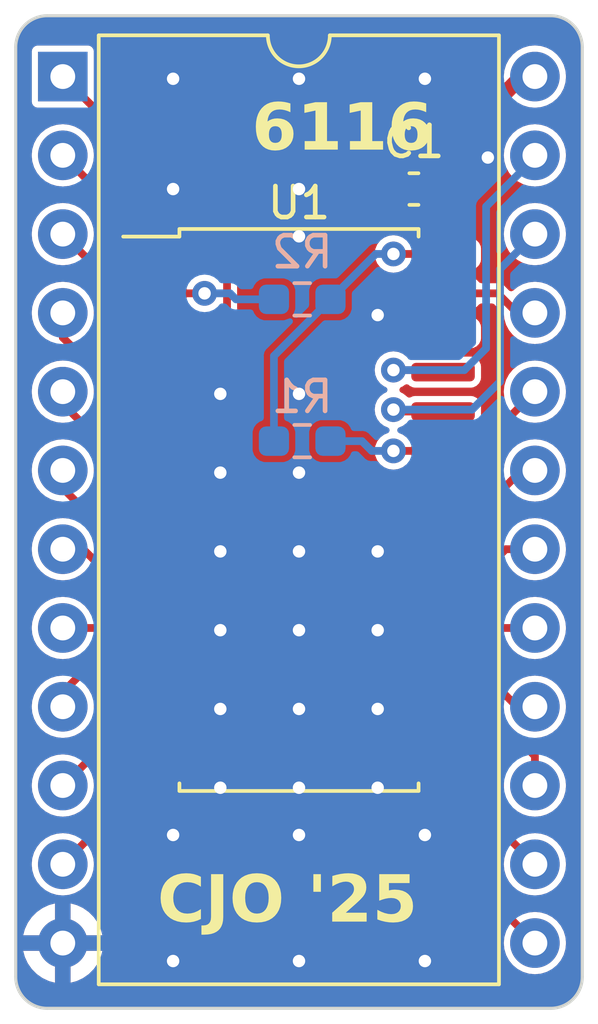
<source format=kicad_pcb>
(kicad_pcb (version 20221018) (generator pcbnew)
  (layers (0 "F.Cu" signal) (31 "B.Cu" signal) (34 "B.Paste" user) (35 "F.Paste" user) (36 "B.SilkS" user "B.Silkscreen") (37 "F.SilkS" user "F.Silkscreen") (38 "B.Mask" user) (39 "F.Mask" user) (44 "Edge.Cuts" user))
  (net 0 "")
  (net 1 "VCC")
  (net 2 "GND")
  (net 3 "A_{7}")
  (net 4 "A_{6}")
  (net 5 "A_{5}")
  (net 6 "A_{4}")
  (net 7 "A_{3}")
  (net 8 "A_{2}")
  (net 9 "A_{1}")
  (net 10 "A_{0}")
  (net 11 "I{slash}O_{0}")
  (net 12 "I{slash}O_{1}")
  (net 13 "I{slash}O_{2}")
  (net 14 "I{slash}O_{3}")
  (net 15 "I{slash}O_{4}")
  (net 16 "I{slash}O_{5}")
  (net 17 "I{slash}O_{6}")
  (net 18 "I{slash}O_{7}")
  (net 19 "~{CS}")
  (net 20 "A_{10}")
  (net 21 "~{OE}")
  (net 22 "~{WE}")
  (net 23 "A_{9}")
  (net 24 "A_{8}")
  (net 25 "Net-(U1-A11)")
  (net 26 "Net-(U1-A12)")
  (footprint "Package_SO:SOIC-28W_7.5x17.9mm_P1.27mm" (layer "F.Cu") (at 147.828 78.42)
    (fp_text reference "U1" (at 0 -9.9) (layer "F.SilkS"))
    (fp_text value "FM16W08-SG")
    (fp_line (start -3.86 -9.06) (end -3.86 -8.815) (stroke (width 0.12)) (layer "F.SilkS"))
    (fp_line (start -3.86 -8.815) (end -5.675 -8.815) (stroke (width 0.12)) (layer "F.SilkS"))
    (fp_line (start -3.86 9.06) (end -3.86 8.815) (stroke (width 0.12)) (layer "F.SilkS"))
    (fp_line (start 0 -9.06) (end -3.86 -9.06) (stroke (width 0.12)) (layer "F.SilkS"))
    (fp_line (start 0 -9.06) (end 3.86 -9.06) (stroke (width 0.12)) (layer "F.SilkS"))
    (fp_line (start 0 9.06) (end -3.86 9.06) (stroke (width 0.12)) (layer "F.SilkS"))
    (fp_line (start 0 9.06) (end 3.86 9.06) (stroke (width 0.12)) (layer "F.SilkS"))
    (fp_line (start 3.86 -9.06) (end 3.86 -8.815) (stroke (width 0.12)) (layer "F.SilkS"))
    (fp_line (start 3.86 9.06) (end 3.86 8.815) (stroke (width 0.12)) (layer "F.SilkS"))
    (pad "1" smd roundrect (at -4.65 -8.255) (size 2.05 0.6) (layers "F.Cu" "F.Paste" "F.Mask"))
    (pad "2" smd roundrect (at -4.65 -6.985) (size 2.05 0.6) (layers "F.Cu" "F.Paste" "F.Mask") (net 26 "Net-(U1-A12)"))
    (pad "3" smd roundrect (at -4.65 -5.715) (size 2.05 0.6) (layers "F.Cu" "F.Paste" "F.Mask") (net 3 "A_{7}"))
    (pad "4" smd roundrect (at -4.65 -4.445) (size 2.05 0.6) (layers "F.Cu" "F.Paste" "F.Mask") (net 4 "A_{6}"))
    (pad "5" smd roundrect (at -4.65 -3.175) (size 2.05 0.6) (layers "F.Cu" "F.Paste" "F.Mask") (net 5 "A_{5}"))
    (pad "6" smd roundrect (at -4.65 -1.905) (size 2.05 0.6) (layers "F.Cu" "F.Paste" "F.Mask") (net 6 "A_{4}"))
    (pad "7" smd roundrect (at -4.65 -0.635) (size 2.05 0.6) (layers "F.Cu" "F.Paste" "F.Mask") (net 7 "A_{3}"))
    (pad "8" smd roundrect (at -4.65 0.635) (size 2.05 0.6) (layers "F.Cu" "F.Paste" "F.Mask") (net 8 "A_{2}"))
    (pad "9" smd roundrect (at -4.65 1.905) (size 2.05 0.6) (layers "F.Cu" "F.Paste" "F.Mask") (net 9 "A_{1}"))
    (pad "10" smd roundrect (at -4.65 3.175) (size 2.05 0.6) (layers "F.Cu" "F.Paste" "F.Mask") (net 10 "A_{0}"))
    (pad "11" smd roundrect (at -4.65 4.445) (size 2.05 0.6) (layers "F.Cu" "F.Paste" "F.Mask") (net 11 "I{slash}O_{0}"))
    (pad "12" smd roundrect (at -4.65 5.715) (size 2.05 0.6) (layers "F.Cu" "F.Paste" "F.Mask") (net 12 "I{slash}O_{1}"))
    (pad "13" smd roundrect (at -4.65 6.985) (size 2.05 0.6) (layers "F.Cu" "F.Paste" "F.Mask") (net 13 "I{slash}O_{2}"))
    (pad "14" smd roundrect (at -4.65 8.255) (size 2.05 0.6) (layers "F.Cu" "F.Paste" "F.Mask") (net 2 "GND"))
    (pad "15" smd roundrect (at 4.65 8.255) (size 2.05 0.6) (layers "F.Cu" "F.Paste" "F.Mask") (net 14 "I{slash}O_{3}"))
    (pad "16" smd roundrect (at 4.65 6.985) (size 2.05 0.6) (layers "F.Cu" "F.Paste" "F.Mask") (net 15 "I{slash}O_{4}"))
    (pad "17" smd roundrect (at 4.65 5.715) (size 2.05 0.6) (layers "F.Cu" "F.Paste" "F.Mask") (net 16 "I{slash}O_{5}"))
    (pad "18" smd roundrect (at 4.65 4.445) (size 2.05 0.6) (layers "F.Cu" "F.Paste" "F.Mask") (net 17 "I{slash}O_{6}"))
    (pad "19" smd roundrect (at 4.65 3.175) (size 2.05 0.6) (layers "F.Cu" "F.Paste" "F.Mask") (net 18 "I{slash}O_{7}"))
    (pad "20" smd roundrect (at 4.65 1.905) (size 2.05 0.6) (layers "F.Cu" "F.Paste" "F.Mask") (net 19 "~{CS}"))
    (pad "21" smd roundrect (at 4.65 0.635) (size 2.05 0.6) (layers "F.Cu" "F.Paste" "F.Mask") (net 20 "A_{10}"))
    (pad "22" smd roundrect (at 4.65 -0.635) (size 2.05 0.6) (layers "F.Cu" "F.Paste" "F.Mask") (net 21 "~{OE}"))
    (pad "23" smd roundrect (at 4.65 -1.905) (size 2.05 0.6) (layers "F.Cu" "F.Paste" "F.Mask") (net 25 "Net-(U1-A11)"))
    (pad "24" smd roundrect (at 4.65 -3.175) (size 2.05 0.6) (layers "F.Cu" "F.Paste" "F.Mask") (net 23 "A_{9}"))
    (pad "25" smd roundrect (at 4.65 -4.445) (size 2.05 0.6) (layers "F.Cu" "F.Paste" "F.Mask") (net 24 "A_{8}"))
    (pad "26" smd roundrect (at 4.65 -5.715) (size 2.05 0.6) (layers "F.Cu" "F.Paste" "F.Mask"))
    (pad "27" smd roundrect (at 4.65 -6.985) (size 2.05 0.6) (layers "F.Cu" "F.Paste" "F.Mask") (net 22 "~{WE}"))
    (pad "28" smd roundrect (at 4.65 -8.255) (size 2.05 0.6) (layers "F.Cu" "F.Paste" "F.Mask") (net 1 "VCC"))
  )
  (footprint "Capacitor_SMD:C_0603_1608Metric_Pad1.08x0.95mm_HandSolder" (layer "F.Cu") (at 151.5375 68.072 180)
    (fp_text reference "C1" (at 0 1.524) (layer "F.SilkS"))
    (fp_text value "10µ")
    (fp_line (start -0.146267 -0.51) (end 0.146267 -0.51) (stroke (width 0.12)) (layer "F.SilkS"))
    (fp_line (start -0.146267 0.51) (end 0.146267 0.51) (stroke (width 0.12)) (layer "F.SilkS"))
    (pad "1" smd roundrect (at -0.8625 0 180) (size 1.075 0.95) (layers "F.Cu" "F.Paste" "F.Mask") (net 1 "VCC"))
    (pad "2" smd roundrect (at 0.8625 0 180) (size 1.075 0.95) (layers "F.Cu" "F.Paste" "F.Mask") (net 2 "GND"))
  )
  (footprint "Package_DIP:DIP-24_W15.24mm" (layer "F.Cu") (at 140.203 64.445)
    (fp_text reference "J1" hide)
    (fp_text value "Conn_02x12_Counter_Clockwise" hide)
    (fp_line (start 1.16 -1.33) (end 1.16 29.27) (stroke (width 0.12)) (layer "F.SilkS"))
    (fp_line (start 1.16 29.27) (end 14.08 29.27) (stroke (width 0.12)) (layer "F.SilkS"))
    (fp_line (start 6.62 -1.33) (end 1.16 -1.33) (stroke (width 0.12)) (layer "F.SilkS"))
    (fp_line (start 14.08 -1.33) (end 8.62 -1.33) (stroke (width 0.12)) (layer "F.SilkS"))
    (fp_line (start 14.08 29.27) (end 14.08 -1.33) (stroke (width 0.12)) (layer "F.SilkS"))
    (fp_arc (start 8.62 -1.33) (mid 7.62 -0.33) (end 6.62 -1.33) (stroke (width 0.12)) (layer "F.SilkS"))
    (pad "1" thru_hole rect (at 0 0) (size 1.6 1.6) (drill 0.8) (layers "*.Cu" "*.Mask") (net 3 "A_{7}"))
    (pad "2" thru_hole oval (at 0 2.54) (size 1.6 1.6) (drill 0.8) (layers "*.Cu" "*.Mask") (net 4 "A_{6}"))
    (pad "3" thru_hole oval (at 0 5.08) (size 1.6 1.6) (drill 0.8) (layers "*.Cu" "*.Mask") (net 5 "A_{5}"))
    (pad "4" thru_hole oval (at 0 7.62) (size 1.6 1.6) (drill 0.8) (layers "*.Cu" "*.Mask") (net 6 "A_{4}"))
    (pad "5" thru_hole oval (at 0 10.16) (size 1.6 1.6) (drill 0.8) (layers "*.Cu" "*.Mask") (net 7 "A_{3}"))
    (pad "6" thru_hole oval (at 0 12.7) (size 1.6 1.6) (drill 0.8) (layers "*.Cu" "*.Mask") (net 8 "A_{2}"))
    (pad "7" thru_hole oval (at 0 15.24) (size 1.6 1.6) (drill 0.8) (layers "*.Cu" "*.Mask") (net 9 "A_{1}"))
    (pad "8" thru_hole oval (at 0 17.78) (size 1.6 1.6) (drill 0.8) (layers "*.Cu" "*.Mask") (net 10 "A_{0}"))
    (pad "9" thru_hole oval (at 0 20.32) (size 1.6 1.6) (drill 0.8) (layers "*.Cu" "*.Mask") (net 11 "I{slash}O_{0}"))
    (pad "10" thru_hole oval (at 0 22.86) (size 1.6 1.6) (drill 0.8) (layers "*.Cu" "*.Mask") (net 12 "I{slash}O_{1}"))
    (pad "11" thru_hole oval (at 0 25.4) (size 1.6 1.6) (drill 0.8) (layers "*.Cu" "*.Mask") (net 13 "I{slash}O_{2}"))
    (pad "12" thru_hole oval (at 0 27.94) (size 1.6 1.6) (drill 0.8) (layers "*.Cu" "*.Mask") (net 2 "GND"))
    (pad "13" thru_hole oval (at 15.24 27.94) (size 1.6 1.6) (drill 0.8) (layers "*.Cu" "*.Mask") (net 14 "I{slash}O_{3}"))
    (pad "14" thru_hole oval (at 15.24 25.4) (size 1.6 1.6) (drill 0.8) (layers "*.Cu" "*.Mask") (net 15 "I{slash}O_{4}"))
    (pad "15" thru_hole oval (at 15.24 22.86) (size 1.6 1.6) (drill 0.8) (layers "*.Cu" "*.Mask") (net 16 "I{slash}O_{5}"))
    (pad "16" thru_hole oval (at 15.24 20.32) (size 1.6 1.6) (drill 0.8) (layers "*.Cu" "*.Mask") (net 17 "I{slash}O_{6}"))
    (pad "17" thru_hole oval (at 15.24 17.78) (size 1.6 1.6) (drill 0.8) (layers "*.Cu" "*.Mask") (net 18 "I{slash}O_{7}"))
    (pad "18" thru_hole oval (at 15.24 15.24) (size 1.6 1.6) (drill 0.8) (layers "*.Cu" "*.Mask") (net 19 "~{CS}"))
    (pad "19" thru_hole oval (at 15.24 12.7) (size 1.6 1.6) (drill 0.8) (layers "*.Cu" "*.Mask") (net 20 "A_{10}"))
    (pad "20" thru_hole oval (at 15.24 10.16) (size 1.6 1.6) (drill 0.8) (layers "*.Cu" "*.Mask") (net 21 "~{OE}"))
    (pad "21" thru_hole oval (at 15.24 7.62) (size 1.6 1.6) (drill 0.8) (layers "*.Cu" "*.Mask") (net 22 "~{WE}"))
    (pad "22" thru_hole oval (at 15.24 5.08) (size 1.6 1.6) (drill 0.8) (layers "*.Cu" "*.Mask") (net 23 "A_{9}"))
    (pad "23" thru_hole oval (at 15.24 2.54) (size 1.6 1.6) (drill 0.8) (layers "*.Cu" "*.Mask") (net 24 "A_{8}"))
    (pad "24" thru_hole oval (at 15.24 0) (size 1.6 1.6) (drill 0.8) (layers "*.Cu" "*.Mask") (net 1 "VCC"))
  )
  (footprint "Resistor_SMD:R_0603_1608Metric_Pad0.98x0.95mm_HandSolder" (layer "B.Cu") (at 147.9315 71.628)
    (fp_text reference "R2" (at 0 -1.524) (layer "B.SilkS") (effects (justify mirror)))
    (fp_text value "10k")
    (fp_line (start -0.254724 -0.5225) (end 0.254724 -0.5225) (stroke (width 0.12)) (layer "B.SilkS"))
    (fp_line (start -0.254724 0.5225) (end 0.254724 0.5225) (stroke (width 0.12)) (layer "B.SilkS"))
    (pad "1" smd roundrect (at -0.9125 0) (size 0.975 0.95) (layers "B.Cu" "B.Paste" "B.Mask") (net 26 "Net-(U1-A12)"))
    (pad "2" smd roundrect (at 0.9125 0) (size 0.975 0.95) (layers "B.Cu" "B.Paste" "B.Mask") (net 1 "VCC"))
  )
  (footprint "Resistor_SMD:R_0603_1608Metric_Pad0.98x0.95mm_HandSolder" (layer "B.Cu") (at 147.9315 76.2 180)
    (fp_text reference "R1" (at 0 1.43) (layer "B.SilkS") (effects (justify mirror)))
    (fp_text value "10k")
    (fp_line (start -0.254724 -0.5225) (end 0.254724 -0.5225) (stroke (width 0.12)) (layer "B.SilkS"))
    (fp_line (start -0.254724 0.5225) (end 0.254724 0.5225) (stroke (width 0.12)) (layer "B.SilkS"))
    (pad "1" smd roundrect (at -0.9125 0 180) (size 0.975 0.95) (layers "B.Cu" "B.Paste" "B.Mask") (net 25 "Net-(U1-A11)"))
    (pad "2" smd roundrect (at 0.9125 0 180) (size 0.975 0.95) (layers "B.Cu" "B.Paste" "B.Mask") (net 1 "VCC"))
  )
  (gr_line (start 156.972 63.5) (end 156.972 93.472) (stroke (width 0.1)) (layer "Edge.Cuts"))
  (gr_line (start 155.956 94.488) (end 139.7 94.488) (stroke (width 0.1)) (layer "Edge.Cuts"))
  (gr_arc (start 139.7 94.488) (mid 138.98158 94.19042) (end 138.684 93.472) (stroke (width 0.1)) (layer "Edge.Cuts"))
  (gr_arc (start 155.956 62.484) (mid 156.67442 62.78158) (end 156.972 63.5) (stroke (width 0.1)) (layer "Edge.Cuts"))
  (gr_line (start 138.684 93.472) (end 138.684 63.5) (stroke (width 0.1)) (layer "Edge.Cuts"))
  (gr_line (start 139.7 62.484) (end 155.956 62.484) (stroke (width 0.1)) (layer "Edge.Cuts"))
  (gr_arc (start 156.972 93.472) (mid 156.67442 94.19042) (end 155.956 94.488) (stroke (width 0.1)) (layer "Edge.Cuts"))
  (gr_arc (start 138.684 63.5) (mid 138.98158 62.78158) (end 139.7 62.484) (stroke (width 0.1)) (layer "Edge.Cuts"))
  (gr_text "6116" (at 146.304 67.056) (layer "F.SilkS") (effects (font (size 1.5 1.5) (thickness 0.3) bold) (justify left bottom)))
  (gr_text "CJO '25" (at 143.256 91.948) (layer "F.SilkS") (effects (font (size 1.5 1.5) (thickness 0.3) bold) (justify left bottom)))
  (segment (start 152.4 67.056) (end 152.4 70.087) (width 0.5) (layer "F.Cu") (net 1))
  (segment (start 155.443 64.445) (end 155.011 64.445) (width 0.5) (layer "F.Cu") (net 1))
  (segment (start 155.011 64.445) (end 152.4 67.056) (width 0.5) (layer "F.Cu") (net 1))
  (segment (start 152.4 70.087) (end 152.478 70.165) (width 0.5) (layer "F.Cu") (net 1))
  (segment (start 150.876 70.165) (end 152.478 70.165) (width 0.25) (layer "F.Cu") (net 1))
  (via (at 150.876 70.165) (size 0.8) (drill 0.4) (layers "F.Cu" "B.Cu") (net 1))
  (segment (start 147.019 76.2) (end 147.019 73.453) (width 0.25) (layer "B.Cu") (net 1))
  (segment (start 147.019 73.453) (end 148.844 71.628) (width 0.25) (layer "B.Cu") (net 1))
  (segment (start 150.307 70.165) (end 148.844 71.628) (width 0.25) (layer "B.Cu") (net 1))
  (segment (start 150.876 70.165) (end 150.307 70.165) (width 0.25) (layer "B.Cu") (net 1))
  (via (at 143.764 92.964) (size 0.8) (drill 0.4) (layers "F.Cu" "B.Cu") (net 2))
  (via (at 143.764 64.516) (size 0.8) (drill 0.4) (layers "F.Cu" "B.Cu") (net 2))
  (via (at 145.288 87.376) (size 0.8) (drill 0.4) (layers "F.Cu" "B.Cu") (net 2))
  (via (at 147.828 64.516) (size 0.8) (drill 0.4) (layers "F.Cu" "B.Cu") (net 2))
  (via (at 147.828 84.836) (size 0.8) (drill 0.4) (layers "F.Cu" "B.Cu") (net 2))
  (via (at 147.828 74.676) (size 0.8) (drill 0.4) (layers "F.Cu" "B.Cu") (net 2))
  (via (at 145.288 84.836) (size 0.8) (drill 0.4) (layers "F.Cu" "B.Cu") (net 2))
  (via (at 147.828 69.596) (size 0.8) (drill 0.4) (layers "F.Cu" "B.Cu") (net 2))
  (via (at 150.368 79.756) (size 0.8) (drill 0.4) (layers "F.Cu" "B.Cu") (net 2))
  (via (at 147.828 87.376) (size 0.8) (drill 0.4) (layers "F.Cu" "B.Cu") (net 2))
  (via (at 145.288 79.756) (size 0.8) (drill 0.4) (layers "F.Cu" "B.Cu") (net 2))
  (via (at 147.828 68.072) (size 0.8) (drill 0.4) (layers "F.Cu" "B.Cu") (net 2))
  (via (at 147.828 82.296) (size 0.8) (drill 0.4) (layers "F.Cu" "B.Cu") (net 2))
  (via (at 145.288 82.296) (size 0.8) (drill 0.4) (layers "F.Cu" "B.Cu") (net 2))
  (via (at 147.828 92.964) (size 0.8) (drill 0.4) (layers "F.Cu" "B.Cu") (net 2))
  (via (at 145.288 74.676) (size 0.8) (drill 0.4) (layers "F.Cu" "B.Cu") (net 2))
  (via (at 151.892 92.964) (size 0.8) (drill 0.4) (layers "F.Cu" "B.Cu") (net 2))
  (via (at 145.288 77.216) (size 0.8) (drill 0.4) (layers "F.Cu" "B.Cu") (net 2))
  (via (at 151.892 88.9) (size 0.8) (drill 0.4) (layers "F.Cu" "B.Cu") (net 2))
  (via (at 147.828 79.756) (size 0.8) (drill 0.4) (layers "F.Cu" "B.Cu") (net 2))
  (via (at 151.892 64.516) (size 0.8) (drill 0.4) (layers "F.Cu" "B.Cu") (net 2))
  (via (at 153.924 67.056) (size 0.8) (drill 0.4) (layers "F.Cu" "B.Cu") (net 2))
  (via (at 150.368 72.136) (size 0.8) (drill 0.4) (layers "F.Cu" "B.Cu") (net 2))
  (via (at 143.764 68.072) (size 0.8) (drill 0.4) (layers "F.Cu" "B.Cu") (net 2))
  (via (at 150.368 87.376) (size 0.8) (drill 0.4) (layers "F.Cu" "B.Cu") (net 2))
  (via (at 147.828 77.216) (size 0.8) (drill 0.4) (layers "F.Cu" "B.Cu") (net 2))
  (via (at 147.828 88.9) (size 0.8) (drill 0.4) (layers "F.Cu" "B.Cu") (net 2))
  (via (at 150.368 82.296) (size 0.8) (drill 0.4) (layers "F.Cu" "B.Cu") (net 2))
  (via (at 143.764 88.9) (size 0.8) (drill 0.4) (layers "F.Cu" "B.Cu") (net 2))
  (via (at 150.368 84.836) (size 0.8) (drill 0.4) (layers "F.Cu" "B.Cu") (net 2))
  (segment (start 141.732 65.974) (end 141.732 67.564) (width 0.25) (layer "F.Cu") (net 3))
  (segment (start 143.256 69.088) (end 144.272 69.088) (width 0.25) (layer "F.Cu") (net 3))
  (segment (start 140.203 64.445) (end 141.732 65.974) (width 0.25) (layer "F.Cu") (net 3))
  (segment (start 144.719 72.705) (end 143.178 72.705) (width 0.25) (layer "F.Cu") (net 3))
  (segment (start 141.732 67.564) (end 143.256 69.088) (width 0.25) (layer "F.Cu") (net 3))
  (segment (start 144.272 69.088) (end 145.505 70.321) (width 0.25) (layer "F.Cu") (net 3))
  (segment (start 145.505 70.321) (end 145.505 71.919) (width 0.25) (layer "F.Cu") (net 3))
  (segment (start 145.505 71.919) (end 144.719 72.705) (width 0.25) (layer "F.Cu") (net 3))
  (segment (start 141.778 68.56) (end 140.203 66.985) (width 0.25) (layer "F.Cu") (net 4))
  (segment (start 141.778 73.162208) (end 141.778 68.56) (width 0.25) (layer "F.Cu") (net 4))
  (segment (start 142.590792 73.975) (end 141.778 73.162208) (width 0.25) (layer "F.Cu") (net 4))
  (segment (start 143.178 73.975) (end 142.590792 73.975) (width 0.25) (layer "F.Cu") (net 4))
  (segment (start 141.778 74.722) (end 141.778 73.798604) (width 0.25) (layer "F.Cu") (net 5))
  (segment (start 141.328 70.65) (end 140.203 69.525) (width 0.25) (layer "F.Cu") (net 5))
  (segment (start 141.328 73.348604) (end 141.328 70.65) (width 0.25) (layer "F.Cu") (net 5))
  (segment (start 142.301 75.245) (end 141.778 74.722) (width 0.25) (layer "F.Cu") (net 5))
  (segment (start 143.178 75.245) (end 142.301 75.245) (width 0.25) (layer "F.Cu") (net 5))
  (segment (start 141.778 73.798604) (end 141.328 73.348604) (width 0.25) (layer "F.Cu") (net 5))
  (segment (start 140.203 72.86) (end 140.203 72.065) (width 0.25) (layer "F.Cu") (net 6))
  (segment (start 141.328 75.091751) (end 141.328 73.985) (width 0.25) (layer "F.Cu") (net 6))
  (segment (start 143.178 76.515) (end 142.751249 76.515) (width 0.25) (layer "F.Cu") (net 6))
  (segment (start 142.751249 76.515) (end 141.328 75.091751) (width 0.25) (layer "F.Cu") (net 6))
  (segment (start 141.328 73.985) (end 140.203 72.86) (width 0.25) (layer "F.Cu") (net 6))
  (segment (start 141.328 76.124) (end 140.203 74.999) (width 0.25) (layer "F.Cu") (net 7))
  (segment (start 141.793 77.785) (end 141.328 77.32) (width 0.25) (layer "F.Cu") (net 7))
  (segment (start 143.178 77.785) (end 141.793 77.785) (width 0.25) (layer "F.Cu") (net 7))
  (segment (start 141.328 77.32) (end 141.328 76.124) (width 0.25) (layer "F.Cu") (net 7))
  (segment (start 140.203 74.999) (end 140.203 74.605) (width 0.25) (layer "F.Cu") (net 7))
  (segment (start 141.539 79.055) (end 140.203 77.719) (width 0.25) (layer "F.Cu") (net 8))
  (segment (start 143.178 79.055) (end 141.539 79.055) (width 0.25) (layer "F.Cu") (net 8))
  (segment (start 140.203 77.719) (end 140.203 77.145) (width 0.25) (layer "F.Cu") (net 8))
  (segment (start 140.86425 79.685) (end 140.203 79.685) (width 0.25) (layer "F.Cu") (net 9))
  (segment (start 143.178 80.325) (end 141.50425 80.325) (width 0.25) (layer "F.Cu") (net 9))
  (segment (start 141.50425 80.325) (end 140.86425 79.685) (width 0.25) (layer "F.Cu") (net 9))
  (segment (start 140.203 82.225) (end 141.295 82.225) (width 0.25) (layer "F.Cu") (net 10))
  (segment (start 141.925 81.595) (end 143.178 81.595) (width 0.25) (layer "F.Cu") (net 10))
  (segment (start 141.295 82.225) (end 141.925 81.595) (width 0.25) (layer "F.Cu") (net 10))
  (segment (start 143.178 82.865) (end 141.633 82.865) (width 0.25) (layer "F.Cu") (net 11))
  (segment (start 141.633 82.865) (end 140.203 84.295) (width 0.25) (layer "F.Cu") (net 11))
  (segment (start 140.203 84.295) (end 140.203 84.765) (width 0.25) (layer "F.Cu") (net 11))
  (segment (start 141.328 86.191853) (end 140.214853 87.305) (width 0.25) (layer "F.Cu") (net 12))
  (segment (start 143.178 84.135) (end 141.925 84.135) (width 0.25) (layer "F.Cu") (net 12))
  (segment (start 141.328 84.732) (end 141.328 86.191853) (width 0.25) (layer "F.Cu") (net 12))
  (segment (start 141.925 84.135) (end 141.328 84.732) (width 0.25) (layer "F.Cu") (net 12))
  (segment (start 140.214853 87.305) (end 140.203 87.305) (width 0.25) (layer "F.Cu") (net 12))
  (segment (start 142.179 85.405) (end 141.778 85.806) (width 0.25) (layer "F.Cu") (net 13))
  (segment (start 141.778 88.27) (end 140.203 89.845) (width 0.25) (layer "F.Cu") (net 13))
  (segment (start 143.178 85.405) (end 142.179 85.405) (width 0.25) (layer "F.Cu") (net 13))
  (segment (start 141.778 85.806) (end 141.778 88.27) (width 0.25) (layer "F.Cu") (net 13))
  (segment (start 153.868 86.868) (end 153.868 90.81) (width 0.25) (layer "F.Cu") (net 14))
  (segment (start 152.478 86.675) (end 153.675 86.675) (width 0.25) (layer "F.Cu") (net 14))
  (segment (start 153.675 86.675) (end 153.868 86.868) (width 0.25) (layer "F.Cu") (net 14))
  (segment (start 153.868 90.81) (end 155.443 92.385) (width 0.25) (layer "F.Cu") (net 14))
  (segment (start 154.318 85.866396) (end 154.318 88.72) (width 0.25) (layer "F.Cu") (net 15))
  (segment (start 154.318 88.72) (end 155.443 89.845) (width 0.25) (layer "F.Cu") (net 15))
  (segment (start 153.856604 85.405) (end 154.318 85.866396) (width 0.25) (layer "F.Cu") (net 15))
  (segment (start 152.478 85.405) (end 153.856604 85.405) (width 0.25) (layer "F.Cu") (net 15))
  (segment (start 153.982 84.894) (end 155.443 86.355) (width 0.25) (layer "F.Cu") (net 16))
  (segment (start 153.982 84.386) (end 153.982 84.894) (width 0.25) (layer "F.Cu") (net 16))
  (segment (start 153.731 84.135) (end 153.982 84.386) (width 0.25) (layer "F.Cu") (net 16))
  (segment (start 152.478 84.135) (end 153.731 84.135) (width 0.25) (layer "F.Cu") (net 16))
  (segment (start 155.443 86.355) (end 155.443 87.305) (width 0.25) (layer "F.Cu") (net 16))
  (segment (start 154.432 84.328) (end 154.869 84.765) (width 0.25) (layer "F.Cu") (net 17))
  (segment (start 154.869 84.765) (end 155.443 84.765) (width 0.25) (layer "F.Cu") (net 17))
  (segment (start 152.478 82.865) (end 153.924 82.865) (width 0.25) (layer "F.Cu") (net 17))
  (segment (start 154.432 83.373) (end 154.432 84.328) (width 0.25) (layer "F.Cu") (net 17))
  (segment (start 153.924 82.865) (end 154.432 83.373) (width 0.25) (layer "F.Cu") (net 17))
  (segment (start 154.361 82.225) (end 155.443 82.225) (width 0.25) (layer "F.Cu") (net 18))
  (segment (start 152.478 81.595) (end 153.731 81.595) (width 0.25) (layer "F.Cu") (net 18))
  (segment (start 153.731 81.595) (end 154.361 82.225) (width 0.25) (layer "F.Cu") (net 18))
  (segment (start 154.503 79.685) (end 155.443 79.685) (width 0.25) (layer "F.Cu") (net 19))
  (segment (start 152.478 80.325) (end 153.863 80.325) (width 0.25) (layer "F.Cu") (net 19))
  (segment (start 153.863 80.325) (end 154.503 79.685) (width 0.25) (layer "F.Cu") (net 19))
  (segment (start 154.117 79.055) (end 154.432 78.74) (width 0.25) (layer "F.Cu") (net 20))
  (segment (start 152.478 79.055) (end 154.117 79.055) (width 0.25) (layer "F.Cu") (net 20))
  (segment (start 154.432 78.74) (end 154.432 77.724) (width 0.25) (layer "F.Cu") (net 20))
  (segment (start 154.432 77.724) (end 155.011 77.145) (width 0.25) (layer "F.Cu") (net 20))
  (segment (start 155.011 77.145) (end 155.443 77.145) (width 0.25) (layer "F.Cu") (net 20))
  (segment (start 153.637875 77.785) (end 153.924 77.498875) (width 0.25) (layer "F.Cu") (net 21))
  (segment (start 153.924 77.498875) (end 153.924 76.124) (width 0.25) (layer "F.Cu") (net 21))
  (segment (start 153.924 76.124) (end 155.443 74.605) (width 0.25) (layer "F.Cu") (net 21))
  (segment (start 152.478 77.785) (end 153.637875 77.785) (width 0.25) (layer "F.Cu") (net 21))
  (segment (start 154.869 72.065) (end 155.443 72.065) (width 0.25) (layer "F.Cu") (net 22))
  (segment (start 152.478 71.435) (end 154.239 71.435) (width 0.25) (layer "F.Cu") (net 22))
  (segment (start 154.239 71.435) (end 154.869 72.065) (width 0.25) (layer "F.Cu") (net 22))
  (segment (start 152.478 75.245) (end 150.937 75.245) (width 0.25) (layer "F.Cu") (net 23))
  (segment (start 150.937 75.245) (end 150.876 75.184) (width 0.25) (layer "F.Cu") (net 23))
  (via (at 150.876 75.184) (size 0.8) (drill 0.4) (layers "F.Cu" "B.Cu") (net 23))
  (segment (start 154.318 70.65) (end 154.318 74.282) (width 0.25) (layer "B.Cu") (net 23))
  (segment (start 154.318 74.282) (end 153.416 75.184) (width 0.25) (layer "B.Cu") (net 23))
  (segment (start 153.416 75.184) (end 150.876 75.184) (width 0.25) (layer "B.Cu") (net 23))
  (segment (start 155.443 69.525) (end 154.318 70.65) (width 0.25) (layer "B.Cu") (net 23))
  (segment (start 152.412701 73.909701) (end 152.478 73.975) (width 0.25) (layer "F.Cu") (net 24))
  (segment (start 150.876 73.909701) (end 152.412701 73.909701) (width 0.25) (layer "F.Cu") (net 24))
  (segment (start 150.876 73.909701) (end 150.941299 73.975) (width 0.25) (layer "F.Cu") (net 24))
  (via (at 150.876 73.909701) (size 0.8) (drill 0.4) (layers "F.Cu" "B.Cu") (net 24))
  (segment (start 155.443 66.985) (end 155.443 67.061) (width 0.25) (layer "B.Cu") (net 24))
  (segment (start 153.166299 73.909701) (end 150.876 73.909701) (width 0.25) (layer "B.Cu") (net 24))
  (segment (start 153.868 68.636) (end 153.868 73.208) (width 0.25) (layer "B.Cu") (net 24))
  (segment (start 153.868 73.208) (end 153.166299 73.909701) (width 0.25) (layer "B.Cu") (net 24))
  (segment (start 155.443 67.061) (end 153.868 68.636) (width 0.25) (layer "B.Cu") (net 24))
  (segment (start 150.876 76.515) (end 152.478 76.515) (width 0.25) (layer "F.Cu") (net 25))
  (via (at 150.876 76.515) (size 0.8) (drill 0.4) (layers "F.Cu" "B.Cu") (net 25))
  (segment (start 150.175 76.515) (end 149.86 76.2) (width 0.25) (layer "B.Cu") (net 25))
  (segment (start 149.86 76.2) (end 148.844 76.2) (width 0.25) (layer "B.Cu") (net 25))
  (segment (start 150.876 76.515) (end 150.175 76.515) (width 0.25) (layer "B.Cu") (net 25))
  (segment (start 144.78 71.435) (end 143.178 71.435) (width 0.25) (layer "F.Cu") (net 26))
  (via (at 144.78 71.435) (size 0.8) (drill 0.4) (layers "F.Cu" "B.Cu") (net 26))
  (segment (start 145.603 71.435) (end 145.796 71.628) (width 0.25) (layer "B.Cu") (net 26))
  (segment (start 144.78 71.435) (end 145.603 71.435) (width 0.25) (layer "B.Cu") (net 26))
  (segment (start 145.796 71.628) (end 147.019 71.628) (width 0.25) (layer "B.Cu") (net 26))
  (zone (net 2) (net_name "GND") (layers "F&B.Cu") (connect_pads (clearance 0)) (min_thickness 0.2) (fill yes (thermal_gap 0.5) (thermal_bridge_width 0.5))
    (polygon (pts (xy 138.176 61.976) (xy 157.48 61.976) (xy 157.48 94.996) (xy 138.176 94.996)))
  )
)
</source>
